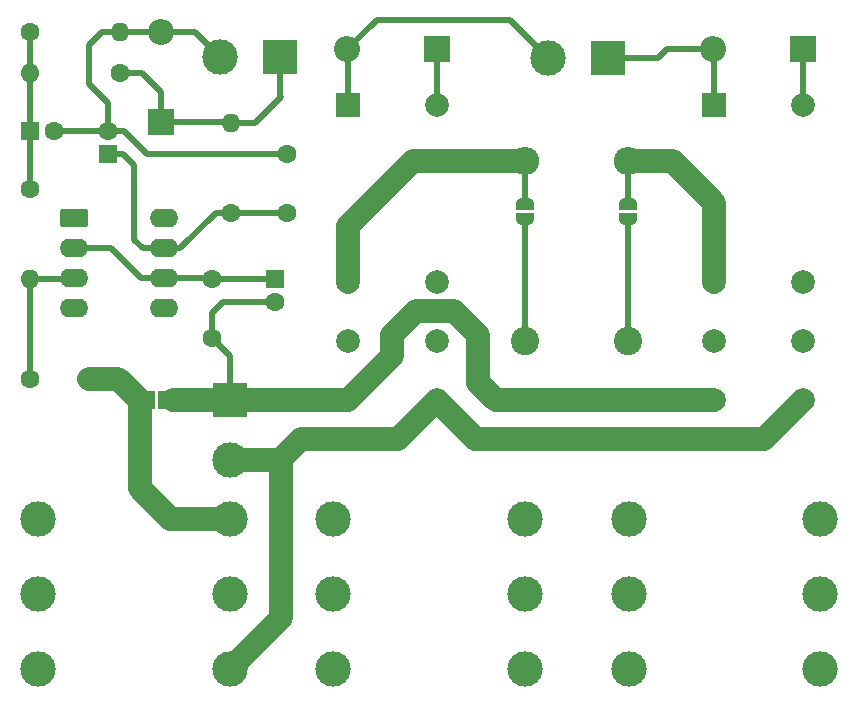
<source format=gtl>
%TF.GenerationSoftware,KiCad,Pcbnew,9.0.0+dfsg-1*%
%TF.CreationDate,2025-03-12T14:23:04+01:00*%
%TF.ProjectId,relays-array-2,72656c61-7973-42d6-9172-7261792d322e,1.0*%
%TF.SameCoordinates,Original*%
%TF.FileFunction,Copper,L1,Top*%
%TF.FilePolarity,Positive*%
%FSLAX46Y46*%
G04 Gerber Fmt 4.6, Leading zero omitted, Abs format (unit mm)*
G04 Created by KiCad (PCBNEW 9.0.0+dfsg-1) date 2025-03-12 14:23:04*
%MOMM*%
%LPD*%
G01*
G04 APERTURE LIST*
G04 Aperture macros list*
%AMRoundRect*
0 Rectangle with rounded corners*
0 $1 Rounding radius*
0 $2 $3 $4 $5 $6 $7 $8 $9 X,Y pos of 4 corners*
0 Add a 4 corners polygon primitive as box body*
4,1,4,$2,$3,$4,$5,$6,$7,$8,$9,$2,$3,0*
0 Add four circle primitives for the rounded corners*
1,1,$1+$1,$2,$3*
1,1,$1+$1,$4,$5*
1,1,$1+$1,$6,$7*
1,1,$1+$1,$8,$9*
0 Add four rect primitives between the rounded corners*
20,1,$1+$1,$2,$3,$4,$5,0*
20,1,$1+$1,$4,$5,$6,$7,0*
20,1,$1+$1,$6,$7,$8,$9,0*
20,1,$1+$1,$8,$9,$2,$3,0*%
%AMFreePoly0*
4,1,23,0.500000,-0.750000,0.000000,-0.750000,0.000000,-0.745722,-0.065263,-0.745722,-0.191342,-0.711940,-0.304381,-0.646677,-0.396677,-0.554381,-0.461940,-0.441342,-0.495722,-0.315263,-0.495722,-0.250000,-0.500000,-0.250000,-0.500000,0.250000,-0.495722,0.250000,-0.495722,0.315263,-0.461940,0.441342,-0.396677,0.554381,-0.304381,0.646677,-0.191342,0.711940,-0.065263,0.745722,0.000000,0.745722,
0.000000,0.750000,0.500000,0.750000,0.500000,-0.750000,0.500000,-0.750000,$1*%
%AMFreePoly1*
4,1,23,0.000000,0.745722,0.065263,0.745722,0.191342,0.711940,0.304381,0.646677,0.396677,0.554381,0.461940,0.441342,0.495722,0.315263,0.495722,0.250000,0.500000,0.250000,0.500000,-0.250000,0.495722,-0.250000,0.495722,-0.315263,0.461940,-0.441342,0.396677,-0.554381,0.304381,-0.646677,0.191342,-0.711940,0.065263,-0.745722,0.000000,-0.745722,0.000000,-0.750000,-0.500000,-0.750000,
-0.500000,0.750000,0.000000,0.750000,0.000000,0.745722,0.000000,0.745722,$1*%
G04 Aperture macros list end*
%TA.AperFunction,ComponentPad*%
%ADD10R,2.200000X2.200000*%
%TD*%
%TA.AperFunction,ComponentPad*%
%ADD11O,2.200000X2.200000*%
%TD*%
%TA.AperFunction,ComponentPad*%
%ADD12C,1.600000*%
%TD*%
%TA.AperFunction,ComponentPad*%
%ADD13O,1.600000X1.600000*%
%TD*%
%TA.AperFunction,ComponentPad*%
%ADD14R,1.600000X1.600000*%
%TD*%
%TA.AperFunction,ComponentPad*%
%ADD15C,3.000000*%
%TD*%
%TA.AperFunction,ComponentPad*%
%ADD16C,2.400000*%
%TD*%
%TA.AperFunction,ComponentPad*%
%ADD17O,2.400000X2.400000*%
%TD*%
%TA.AperFunction,ComponentPad*%
%ADD18C,2.000000*%
%TD*%
%TA.AperFunction,ComponentPad*%
%ADD19R,2.000000X2.000000*%
%TD*%
%TA.AperFunction,SMDPad,CuDef*%
%ADD20FreePoly0,270.000000*%
%TD*%
%TA.AperFunction,SMDPad,CuDef*%
%ADD21FreePoly1,270.000000*%
%TD*%
%TA.AperFunction,ComponentPad*%
%ADD22R,3.000000X3.000000*%
%TD*%
%TA.AperFunction,ComponentPad*%
%ADD23RoundRect,0.250000X-0.950000X-0.550000X0.950000X-0.550000X0.950000X0.550000X-0.950000X0.550000X0*%
%TD*%
%TA.AperFunction,ComponentPad*%
%ADD24O,2.400000X1.600000*%
%TD*%
%TA.AperFunction,SMDPad,CuDef*%
%ADD25R,1.000000X1.500000*%
%TD*%
%TA.AperFunction,Conductor*%
%ADD26C,0.500000*%
%TD*%
%TA.AperFunction,Conductor*%
%ADD27C,2.000000*%
%TD*%
G04 APERTURE END LIST*
D10*
%TO.P,D2,1,K*%
%TO.N,+12V*%
X103560000Y-70250000D03*
D11*
%TO.P,D2,2,A*%
%TO.N,Net-(D2-A)*%
X95940000Y-70250000D03*
%TD*%
D12*
%TO.P,C2,1*%
%TO.N,Net-(U1-+)*%
X38100000Y-98200000D03*
%TO.P,C2,2*%
%TO.N,Net-(JPX1-B)*%
X43100000Y-98200000D03*
%TD*%
%TO.P,R13,1*%
%TO.N,VCC*%
X55100000Y-84100000D03*
D13*
%TO.P,R13,2*%
%TO.N,+12V*%
X55100000Y-76480000D03*
%TD*%
D14*
%TO.P,C8,1*%
%TO.N,Net-(U1--)*%
X58800000Y-89700000D03*
D12*
%TO.P,C8,2*%
%TO.N,/SIGNAL*%
X58800000Y-91700000D03*
%TD*%
D15*
%TO.P,J2,R*%
%TO.N,unconnected-(J2-PadR)*%
X105000000Y-116350000D03*
%TO.P,J2,RN*%
%TO.N,unconnected-(J2-PadRN)*%
X88770000Y-116350000D03*
%TO.P,J2,S*%
%TO.N,Net-(J2-PadS)*%
X105000000Y-122700000D03*
%TO.P,J2,SN*%
%TO.N,unconnected-(J2-PadSN)*%
X88770000Y-122700000D03*
%TO.P,J2,T*%
%TO.N,Net-(J2-PadT)*%
X105000000Y-110000000D03*
%TO.P,J2,TN*%
%TO.N,unconnected-(J2-PadTN)*%
X88770000Y-110000000D03*
%TD*%
D14*
%TO.P,C10,1*%
%TO.N,GNDS*%
X38100000Y-77200000D03*
D12*
%TO.P,C10,2*%
%TO.N,GND*%
X40100000Y-77200000D03*
%TD*%
D10*
%TO.P,D9,1,K*%
%TO.N,+12V*%
X49200000Y-76410000D03*
D11*
%TO.P,D9,2,A*%
%TO.N,GND*%
X49200000Y-68790000D03*
%TD*%
D15*
%TO.P,J14,R*%
%TO.N,unconnected-(J14-PadR)*%
X55000000Y-116350000D03*
%TO.P,J14,RN*%
%TO.N,unconnected-(J14-PadRN)*%
X38770000Y-116350000D03*
%TO.P,J14,S*%
%TO.N,GND*%
X55000000Y-122700000D03*
%TO.P,J14,SN*%
%TO.N,unconnected-(J14-PadSN)*%
X38770000Y-122700000D03*
%TO.P,J14,T*%
%TO.N,Net-(JPX1-B)*%
X55000000Y-110000000D03*
%TO.P,J14,TN*%
%TO.N,unconnected-(J14-PadTN)*%
X38770000Y-110000000D03*
%TD*%
D16*
%TO.P,R2,1*%
%TO.N,Net-(JP2-B)*%
X88750000Y-95000000D03*
D17*
%TO.P,R2,2*%
%TO.N,Net-(JP2-A)*%
X88750000Y-79760000D03*
%TD*%
D18*
%TO.P,K1,11*%
%TO.N,Net-(J1-PadS)*%
X65000000Y-95000000D03*
%TO.P,K1,12*%
%TO.N,Net-(JP3-A)*%
X65000000Y-90000000D03*
%TO.P,K1,14*%
%TO.N,/SIGNAL*%
X65000000Y-100000000D03*
%TO.P,K1,21*%
%TO.N,Net-(J1-PadT)*%
X72500000Y-95000000D03*
%TO.P,K1,22*%
%TO.N,Net-(JP3-B)*%
X72500000Y-90000000D03*
%TO.P,K1,24*%
%TO.N,GND*%
X72500000Y-100000000D03*
D19*
%TO.P,K1,A1*%
%TO.N,Net-(D1-A)*%
X65000000Y-75000000D03*
D18*
%TO.P,K1,A2*%
%TO.N,+12V*%
X72500000Y-75000000D03*
%TD*%
D10*
%TO.P,D1,1,K*%
%TO.N,+12V*%
X72560000Y-70250000D03*
D11*
%TO.P,D1,2,A*%
%TO.N,Net-(D1-A)*%
X64940000Y-70250000D03*
%TD*%
D12*
%TO.P,R16,1*%
%TO.N,GNDS*%
X38100000Y-82080000D03*
D13*
%TO.P,R16,2*%
%TO.N,Net-(U1-+)*%
X38100000Y-89700000D03*
%TD*%
D15*
%TO.P,J1,R*%
%TO.N,unconnected-(J1-PadR)*%
X80000000Y-116350000D03*
%TO.P,J1,RN*%
%TO.N,unconnected-(J1-PadRN)*%
X63770000Y-116350000D03*
%TO.P,J1,S*%
%TO.N,Net-(J1-PadS)*%
X80000000Y-122700000D03*
%TO.P,J1,SN*%
%TO.N,unconnected-(J1-PadSN)*%
X63770000Y-122700000D03*
%TO.P,J1,T*%
%TO.N,Net-(J1-PadT)*%
X80000000Y-110000000D03*
%TO.P,J1,TN*%
%TO.N,unconnected-(J1-PadTN)*%
X63770000Y-110000000D03*
%TD*%
D18*
%TO.P,K2,11*%
%TO.N,Net-(J2-PadS)*%
X96000000Y-95000000D03*
%TO.P,K2,12*%
%TO.N,Net-(JP2-A)*%
X96000000Y-90000000D03*
%TO.P,K2,14*%
%TO.N,/SIGNAL*%
X96000000Y-100000000D03*
%TO.P,K2,21*%
%TO.N,Net-(J2-PadT)*%
X103500000Y-95000000D03*
%TO.P,K2,22*%
%TO.N,Net-(JP2-B)*%
X103500000Y-90000000D03*
%TO.P,K2,24*%
%TO.N,GND*%
X103500000Y-100000000D03*
D19*
%TO.P,K2,A1*%
%TO.N,Net-(D2-A)*%
X96000000Y-75000000D03*
D18*
%TO.P,K2,A2*%
%TO.N,+12V*%
X103500000Y-75000000D03*
%TD*%
D12*
%TO.P,R9,1*%
%TO.N,GND*%
X59300000Y-107600000D03*
D13*
%TO.P,R9,2*%
%TO.N,/SIGNAL*%
X59300000Y-99980000D03*
%TD*%
D12*
%TO.P,C1,1*%
%TO.N,/SIGNAL*%
X53500000Y-94700000D03*
%TO.P,C1,2*%
%TO.N,Net-(U1--)*%
X53500000Y-89700000D03*
%TD*%
D16*
%TO.P,R1,1*%
%TO.N,Net-(JP3-B)*%
X80000000Y-95000000D03*
D17*
%TO.P,R1,2*%
%TO.N,Net-(JP3-A)*%
X80000000Y-79760000D03*
%TD*%
D20*
%TO.P,JP3,1,A*%
%TO.N,Net-(JP3-A)*%
X80000000Y-83350000D03*
D21*
%TO.P,JP3,2,B*%
%TO.N,Net-(JP3-B)*%
X80000000Y-84650000D03*
%TD*%
D12*
%TO.P,R15,1*%
%TO.N,GNDS*%
X38080000Y-68800000D03*
D13*
%TO.P,R15,2*%
%TO.N,GND*%
X45700000Y-68800000D03*
%TD*%
D22*
%TO.P,J3,1,Pin_1*%
%TO.N,Net-(D2-A)*%
X87040000Y-71000000D03*
D15*
%TO.P,J3,2,Pin_2*%
%TO.N,Net-(D1-A)*%
X81960000Y-71000000D03*
%TD*%
D23*
%TO.P,U1,1,VOS*%
%TO.N,unconnected-(U1-VOS-Pad1)*%
X41790000Y-84590000D03*
D24*
%TO.P,U1,2,-*%
%TO.N,Net-(U1--)*%
X41790000Y-87130000D03*
%TO.P,U1,3,+*%
%TO.N,Net-(U1-+)*%
X41790000Y-89670000D03*
%TO.P,U1,4,V-*%
%TO.N,GND*%
X41790000Y-92210000D03*
%TO.P,U1,5,NC*%
%TO.N,unconnected-(U1-NC-Pad5)*%
X49410000Y-92210000D03*
%TO.P,U1,6*%
%TO.N,Net-(U1--)*%
X49410000Y-89670000D03*
%TO.P,U1,7,V+*%
%TO.N,VCC*%
X49410000Y-87130000D03*
%TO.P,U1,8,VOS*%
%TO.N,unconnected-(U1-VOS-Pad8)*%
X49410000Y-84590000D03*
%TD*%
D22*
%TO.P,J15,1,Pin_1*%
%TO.N,/SIGNAL*%
X55000000Y-100000000D03*
D15*
%TO.P,J15,2,Pin_2*%
%TO.N,GND*%
X55000000Y-105080000D03*
%TD*%
D12*
%TO.P,R14,1*%
%TO.N,+12V*%
X45700000Y-72300000D03*
D13*
%TO.P,R14,2*%
%TO.N,GNDS*%
X38080000Y-72300000D03*
%TD*%
D14*
%TO.P,C7,1*%
%TO.N,VCC*%
X44700000Y-79155113D03*
D12*
%TO.P,C7,2*%
%TO.N,GND*%
X44700000Y-77155113D03*
%TD*%
%TO.P,C3,1*%
%TO.N,VCC*%
X59800000Y-84100000D03*
%TO.P,C3,2*%
%TO.N,GND*%
X59800000Y-79100000D03*
%TD*%
D25*
%TO.P,JPX1,1,A*%
%TO.N,/SIGNAL*%
X49450000Y-100000000D03*
%TO.P,JPX1,2,B*%
%TO.N,Net-(JPX1-B)*%
X48150000Y-100000000D03*
%TD*%
D22*
%TO.P,J10,1,Pin_1*%
%TO.N,+12V*%
X59280000Y-70900000D03*
D15*
%TO.P,J10,2,Pin_2*%
%TO.N,GND*%
X54200000Y-70900000D03*
%TD*%
D20*
%TO.P,JP2,1,A*%
%TO.N,Net-(JP2-A)*%
X88750000Y-83350000D03*
D21*
%TO.P,JP2,2,B*%
%TO.N,Net-(JP2-B)*%
X88750000Y-84650000D03*
%TD*%
D26*
%TO.N,Net-(D1-A)*%
X64940000Y-70250000D02*
X67440000Y-67750000D01*
X67440000Y-67750000D02*
X78710000Y-67750000D01*
X65000000Y-75000000D02*
X65000000Y-70310000D01*
X65000000Y-70310000D02*
X64940000Y-70250000D01*
X78710000Y-67750000D02*
X81960000Y-71000000D01*
%TO.N,+12V*%
X49200000Y-76410000D02*
X49200000Y-73900000D01*
X103500000Y-75000000D02*
X103500000Y-70310000D01*
X49200000Y-73900000D02*
X47600000Y-72300000D01*
X72500000Y-75000000D02*
X72500000Y-70310000D01*
X49200000Y-76410000D02*
X55030000Y-76410000D01*
X57120000Y-76480000D02*
X59300000Y-74300000D01*
X55100000Y-76480000D02*
X57120000Y-76480000D01*
X72500000Y-70310000D02*
X72560000Y-70250000D01*
X59300000Y-74300000D02*
X59280000Y-74280000D01*
X103500000Y-70310000D02*
X103560000Y-70250000D01*
X55030000Y-76410000D02*
X55100000Y-76480000D01*
X59280000Y-74280000D02*
X59280000Y-70900000D01*
X47600000Y-72300000D02*
X45700000Y-72300000D01*
%TO.N,Net-(D2-A)*%
X92000000Y-70250000D02*
X91250000Y-71000000D01*
X91250000Y-71000000D02*
X87040000Y-71000000D01*
X96000000Y-75000000D02*
X96000000Y-70310000D01*
X95940000Y-70250000D02*
X92000000Y-70250000D01*
X96000000Y-70310000D02*
X95940000Y-70250000D01*
D27*
%TO.N,/SIGNAL*%
X74000000Y-92451000D02*
X76000000Y-94451000D01*
X55000000Y-100000000D02*
X50200000Y-100000000D01*
X77500000Y-100000000D02*
X96000000Y-100000000D01*
X68750000Y-94500000D02*
X70799000Y-92451000D01*
X65000000Y-100000000D02*
X68750000Y-96250000D01*
X76000000Y-94451000D02*
X76000000Y-98500000D01*
D26*
X58800000Y-91700000D02*
X54400000Y-91700000D01*
D27*
X70799000Y-92451000D02*
X74000000Y-92451000D01*
D26*
X53500000Y-94700000D02*
X55000000Y-96200000D01*
D27*
X68750000Y-96250000D02*
X68750000Y-94500000D01*
X59300000Y-99980000D02*
X55020000Y-99980000D01*
X59320000Y-100000000D02*
X59300000Y-99980000D01*
X65000000Y-100000000D02*
X59320000Y-100000000D01*
D26*
X54400000Y-91700000D02*
X53500000Y-92600000D01*
X55000000Y-96200000D02*
X55000000Y-100000000D01*
X53500000Y-92600000D02*
X53500000Y-94700000D01*
D27*
X55020000Y-99980000D02*
X55000000Y-100000000D01*
X76000000Y-98500000D02*
X77500000Y-100000000D01*
%TO.N,GND*%
X59300000Y-107600000D02*
X59300000Y-105000000D01*
X59220000Y-105080000D02*
X55000000Y-105080000D01*
D26*
X49190000Y-68800000D02*
X49200000Y-68790000D01*
D27*
X59300000Y-105000000D02*
X59220000Y-105080000D01*
X59300000Y-105000000D02*
X61050000Y-103250000D01*
X72500000Y-100000000D02*
X75750000Y-103250000D01*
D26*
X45700000Y-68800000D02*
X49190000Y-68800000D01*
D27*
X59300000Y-118400000D02*
X59300000Y-107600000D01*
X61050000Y-103250000D02*
X69250000Y-103250000D01*
X75750000Y-103250000D02*
X100250000Y-103250000D01*
D26*
X43100000Y-73200000D02*
X43100000Y-69900000D01*
X49200000Y-68790000D02*
X52090000Y-68790000D01*
D27*
X55000000Y-122700000D02*
X59300000Y-118400000D01*
D26*
X44200000Y-68800000D02*
X45700000Y-68800000D01*
D27*
X100250000Y-103250000D02*
X103500000Y-100000000D01*
D26*
X48000000Y-79100000D02*
X59800000Y-79100000D01*
X40144887Y-77155113D02*
X40100000Y-77200000D01*
X44700000Y-77155113D02*
X46055113Y-77155113D01*
X46055113Y-77155113D02*
X48000000Y-79100000D01*
X52090000Y-68790000D02*
X54200000Y-70900000D01*
X44700000Y-74800000D02*
X43100000Y-73200000D01*
D27*
X69250000Y-103250000D02*
X72500000Y-100000000D01*
D26*
X44700000Y-77155113D02*
X40144887Y-77155113D01*
X43100000Y-69900000D02*
X44200000Y-68800000D01*
X44700000Y-77155113D02*
X44700000Y-74800000D01*
D27*
%TO.N,Net-(JP2-A)*%
X92510000Y-79760000D02*
X88750000Y-79760000D01*
D26*
X88750000Y-83350000D02*
X88750000Y-79760000D01*
D27*
X96000000Y-83250000D02*
X92510000Y-79760000D01*
X96000000Y-90000000D02*
X96000000Y-83250000D01*
D26*
%TO.N,Net-(JP2-B)*%
X88750000Y-84650000D02*
X88750000Y-95000000D01*
%TO.N,Net-(JP3-B)*%
X80000000Y-84650000D02*
X80000000Y-95000000D01*
D27*
%TO.N,Net-(JP3-A)*%
X65005000Y-85240000D02*
X70495000Y-79750000D01*
D26*
X80000000Y-83350000D02*
X80000000Y-79760000D01*
D27*
X65005000Y-89990000D02*
X65005000Y-85240000D01*
X70505000Y-79760000D02*
X80000000Y-79760000D01*
X70495000Y-79750000D02*
X70505000Y-79760000D01*
D26*
%TO.N,Net-(U1--)*%
X47470000Y-89670000D02*
X49410000Y-89670000D01*
X53500000Y-89700000D02*
X58800000Y-89700000D01*
X44930000Y-87130000D02*
X47470000Y-89670000D01*
X49410000Y-89670000D02*
X53470000Y-89670000D01*
X53470000Y-89670000D02*
X53500000Y-89700000D01*
X41790000Y-87130000D02*
X44930000Y-87130000D01*
%TO.N,Net-(U1-+)*%
X41760000Y-89700000D02*
X41790000Y-89670000D01*
X38100000Y-89700000D02*
X41760000Y-89700000D01*
X38100000Y-98200000D02*
X38100000Y-89700000D01*
D27*
%TO.N,Net-(JPX1-B)*%
X45550000Y-98200000D02*
X47350000Y-100000000D01*
X49900000Y-110000000D02*
X55000000Y-110000000D01*
X43100000Y-98200000D02*
X45550000Y-98200000D01*
X47350000Y-100000000D02*
X47350000Y-107450000D01*
X47350000Y-107450000D02*
X49900000Y-110000000D01*
D26*
%TO.N,VCC*%
X49410000Y-87130000D02*
X47630000Y-87130000D01*
X46900000Y-80100000D02*
X45955113Y-79155113D01*
X46900000Y-86400000D02*
X46900000Y-80100000D01*
X55100000Y-84100000D02*
X59800000Y-84100000D01*
X45955113Y-79155113D02*
X44700000Y-79155113D01*
X47630000Y-87130000D02*
X46900000Y-86400000D01*
X50770000Y-87130000D02*
X53800000Y-84100000D01*
X53800000Y-84100000D02*
X55100000Y-84100000D01*
X49410000Y-87130000D02*
X50770000Y-87130000D01*
%TO.N,GNDS*%
X38080000Y-68800000D02*
X38080000Y-72300000D01*
X38080000Y-72300000D02*
X38080000Y-77180000D01*
X38100000Y-77200000D02*
X38100000Y-82080000D01*
X38080000Y-77180000D02*
X38100000Y-77200000D01*
%TD*%
M02*

</source>
